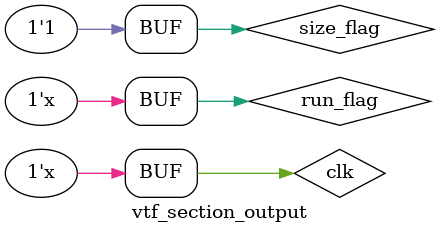
<source format=v>
`timescale 1ns / 1ps

module vtf_section_output;

	// Inputs
	reg clk;
	reg run_flag;
	reg size_flag;
	reg [4:0] usrt_pedge = 5'b0;

	// Outputs
	wire rts;
	wire txd;

	// Instantiate the Unit Under Test (UUT)
	section_output uut (
		.clk(clk), 
		.run_flag(run_flag), 
		.size_flag(size_flag), 
		.usrt_pedge(usrt_pedge[4]), 
		.rts(rts), 
		.txd(txd)
	);

	initial begin
		// Initialize Inputs
		clk = 0;
		run_flag = 0;
		size_flag = 1;
	end
      
	//clk
	always #5
		clk <= ~clk;
		
	//usrt_pedge
	always #5 begin
		if (usrt_pedge == 5'b10000)
			usrt_pedge <= 0;
		else 
			usrt_pedge <= usrt_pedge + 1;
	end
		
	always #262144
		run_flag <= ~run_flag;
	
endmodule


</source>
